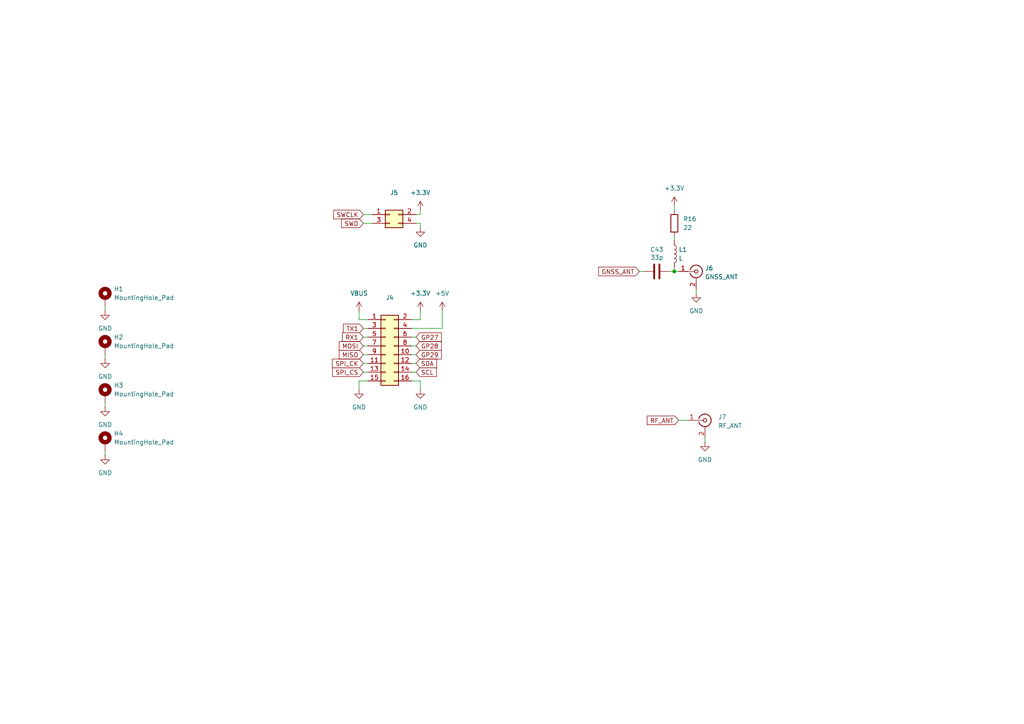
<source format=kicad_sch>
(kicad_sch (version 20231120) (generator "eeschema") (generator_version "8.0")
  (paper "A4")
  (lib_symbols
    (symbol "Connector:Conn_Coaxial" (pin_names (offset 1.016) hide)
      (property "Reference" "J" (at 0.254 3.048 0))
      (property "Value" "Conn_Coaxial" (at 2.921 0 90))
      (symbol "Conn_Coaxial_0_1"
        (arc (start -1.778 -0.508) (mid 0.2311 -1.8066) (end 1.778 0) (stroke (width 0.254)))
        (polyline (pts (xy -2.54 0) (xy -0.508 0)))
        (polyline (pts (xy 0 -2.54) (xy 0 -1.778)))
        (circle (center 0 0) (radius 0.508) (stroke (width 0.2032)))
        (arc (start 1.778 0) (mid 0.2099 1.8101) (end -1.778 0.508) (stroke (width 0.254)))
      )
      (symbol "Conn_Coaxial_1_1"
        (pin passive line (at -5.08 0 0) (length 2.54) (name "In") (number "1"))
        (pin passive line (at 0 -5.08 90) (length 2.54) (name "Ext") (number "2"))
      )
    )
    (symbol "Connector_Generic:Conn_02x02_Odd_Even" (pin_names (offset 1.016) hide)
      (property "Reference" "J" (at 1.27 2.54 0))
      (property "Value" "Conn_02x02_Odd_Even" (at 1.27 -5.08 0))
      (symbol "Conn_02x02_Odd_Even_1_1"
        (rectangle (start -1.27 -2.413) (end 0 -2.667) (stroke (width 0.1524)))
        (rectangle (start -1.27 0.127) (end 0 -0.127) (stroke (width 0.1524)))
        (rectangle (start -1.27 1.27) (end 3.81 -3.81) (stroke (width 0.254)) (fill (type background)))
        (rectangle (start 3.81 -2.413) (end 2.54 -2.667) (stroke (width 0.1524)))
        (rectangle (start 3.81 0.127) (end 2.54 -0.127) (stroke (width 0.1524)))
        (pin passive line (at -5.08 0 0) (length 3.81) (name "Pin_1") (number "1"))
        (pin passive line (at 7.62 0 180) (length 3.81) (name "Pin_2") (number "2"))
        (pin passive line (at -5.08 -2.54 0) (length 3.81) (name "Pin_3") (number "3"))
        (pin passive line (at 7.62 -2.54 180) (length 3.81) (name "Pin_4") (number "4"))
      )
    )
    (symbol "Connector_Generic:Conn_02x08_Odd_Even" (pin_names (offset 1.016) hide)
      (property "Reference" "J" (at 1.27 10.16 0))
      (property "Value" "Conn_02x08_Odd_Even" (at 1.27 -12.7 0))
      (symbol "Conn_02x08_Odd_Even_1_1"
        (rectangle (start -1.27 -10.033) (end 0 -10.287) (stroke (width 0.1524)))
        (rectangle (start -1.27 -7.493) (end 0 -7.747) (stroke (width 0.1524)))
        (rectangle (start -1.27 -4.953) (end 0 -5.207) (stroke (width 0.1524)))
        (rectangle (start -1.27 -2.413) (end 0 -2.667) (stroke (width 0.1524)))
        (rectangle (start -1.27 0.127) (end 0 -0.127) (stroke (width 0.1524)))
        (rectangle (start -1.27 2.667) (end 0 2.413) (stroke (width 0.1524)))
        (rectangle (start -1.27 5.207) (end 0 4.953) (stroke (width 0.1524)))
        (rectangle (start -1.27 7.747) (end 0 7.493) (stroke (width 0.1524)))
        (rectangle (start -1.27 8.89) (end 3.81 -11.43) (stroke (width 0.254)) (fill (type background)))
        (rectangle (start 3.81 -10.033) (end 2.54 -10.287) (stroke (width 0.1524)))
        (rectangle (start 3.81 -7.493) (end 2.54 -7.747) (stroke (width 0.1524)))
        (rectangle (start 3.81 -4.953) (end 2.54 -5.207) (stroke (width 0.1524)))
        (rectangle (start 3.81 -2.413) (end 2.54 -2.667) (stroke (width 0.1524)))
        (rectangle (start 3.81 0.127) (end 2.54 -0.127) (stroke (width 0.1524)))
        (rectangle (start 3.81 2.667) (end 2.54 2.413) (stroke (width 0.1524)))
        (rectangle (start 3.81 5.207) (end 2.54 4.953) (stroke (width 0.1524)))
        (rectangle (start 3.81 7.747) (end 2.54 7.493) (stroke (width 0.1524)))
        (pin passive line (at -5.08 7.62 0) (length 3.81) (name "Pin_1") (number "1"))
        (pin passive line (at 7.62 -2.54 180) (length 3.81) (name "Pin_10") (number "10"))
        (pin passive line (at -5.08 -5.08 0) (length 3.81) (name "Pin_11") (number "11"))
        (pin passive line (at 7.62 -5.08 180) (length 3.81) (name "Pin_12") (number "12"))
        (pin passive line (at -5.08 -7.62 0) (length 3.81) (name "Pin_13") (number "13"))
        (pin passive line (at 7.62 -7.62 180) (length 3.81) (name "Pin_14") (number "14"))
        (pin passive line (at -5.08 -10.16 0) (length 3.81) (name "Pin_15") (number "15"))
        (pin passive line (at 7.62 -10.16 180) (length 3.81) (name "Pin_16") (number "16"))
        (pin passive line (at 7.62 7.62 180) (length 3.81) (name "Pin_2") (number "2"))
        (pin passive line (at -5.08 5.08 0) (length 3.81) (name "Pin_3") (number "3"))
        (pin passive line (at 7.62 5.08 180) (length 3.81) (name "Pin_4") (number "4"))
        (pin passive line (at -5.08 2.54 0) (length 3.81) (name "Pin_5") (number "5"))
        (pin passive line (at 7.62 2.54 180) (length 3.81) (name "Pin_6") (number "6"))
        (pin passive line (at -5.08 0 0) (length 3.81) (name "Pin_7") (number "7"))
        (pin passive line (at 7.62 0 180) (length 3.81) (name "Pin_8") (number "8"))
        (pin passive line (at -5.08 -2.54 0) (length 3.81) (name "Pin_9") (number "9"))
      )
    )
    (symbol "Device:C" (pin_numbers hide) (pin_names (offset 0.254))
      (property "Reference" "C" (at 0.635 2.54 0))
      (property "Value" "C" (at 0.635 -2.54 0))
      (symbol "C_0_1"
        (polyline (pts (xy -2.032 -0.762) (xy 2.032 -0.762)) (stroke (width 0.508)))
        (polyline (pts (xy -2.032 0.762) (xy 2.032 0.762)) (stroke (width 0.508)))
      )
      (symbol "C_1_1"
        (pin passive line (at 0 3.81 270) (length 2.794) (name "~") (number "1"))
        (pin passive line (at 0 -3.81 90) (length 2.794) (name "~") (number "2"))
      )
    )
    (symbol "Device:L" (pin_numbers hide) (pin_names (offset 1.016) hide)
      (property "Reference" "L" (at -1.27 0 90))
      (property "Value" "L" (at 1.905 0 90))
      (symbol "L_0_1"
        (arc (start 0 -2.54) (mid 0.6323 -1.905) (end 0 -1.27))
        (arc (start 0 -1.27) (mid 0.6323 -0.635) (end 0 0))
        (arc (start 0 0) (mid 0.6323 0.635) (end 0 1.27))
        (arc (start 0 1.27) (mid 0.6323 1.905) (end 0 2.54))
      )
      (symbol "L_1_1"
        (pin passive line (at 0 3.81 270) (length 1.27) (name "1") (number "1"))
        (pin passive line (at 0 -3.81 90) (length 1.27) (name "2") (number "2"))
      )
    )
    (symbol "Device:R" (pin_numbers hide) (pin_names (offset 0))
      (property "Reference" "R" (at 2.032 0 90))
      (property "Value" "R" (at 0 0 90))
      (symbol "R_0_1"
        (rectangle (start -1.016 -2.54) (end 1.016 2.54) (stroke (width 0.254)))
      )
      (symbol "R_1_1"
        (pin passive line (at 0 3.81 270) (length 1.27) (name "~") (number "1"))
        (pin passive line (at 0 -3.81 90) (length 1.27) (name "~") (number "2"))
      )
    )
    (symbol "Mechanical:MountingHole_Pad" (pin_numbers hide) (pin_names (offset 1.016) hide) (exclude_from_sim yes) (in_bom no)
      (property "Reference" "H" (at 0 6.35 0))
      (property "Value" "MountingHole_Pad" (at 0 4.445 0))
      (symbol "MountingHole_Pad_0_1"
        (circle (center 0 1.27) (radius 1.27) (stroke (width 1.27)))
      )
      (symbol "MountingHole_Pad_1_1"
        (pin input line (at 0 -2.54 90) (length 2.54) (name "1") (number "1"))
      )
    )
    (symbol "power:+3.3V" (power) (pin_numbers hide) (pin_names (offset 0) hide)
      (property "Value" "+3.3V" (at 0 3.556 0))
      (symbol "+3.3V_0_1"
        (polyline (pts (xy -0.762 1.27) (xy 0 2.54)))
        (polyline (pts (xy 0 0) (xy 0 2.54)))
        (polyline (pts (xy 0 2.54) (xy 0.762 1.27)))
      )
      (symbol "+3.3V_1_1"
        (pin power_in line (at 0 0 90) (length 0) (name "~") (number "1"))
      )
    )
    (symbol "power:+5V" (power) (pin_numbers hide) (pin_names (offset 0) hide)
      (property "Value" "+5V" (at 0 3.556 0))
      (symbol "+5V_0_1"
        (polyline (pts (xy -0.762 1.27) (xy 0 2.54)))
        (polyline (pts (xy 0 0) (xy 0 2.54)))
        (polyline (pts (xy 0 2.54) (xy 0.762 1.27)))
      )
      (symbol "+5V_1_1"
        (pin power_in line (at 0 0 90) (length 0) (name "~") (number "1"))
      )
    )
    (symbol "power:GND" (power) (pin_numbers hide) (pin_names (offset 0) hide)
      (property "Value" "GND" (at 0 -3.81 0))
      (symbol "GND_0_1"
        (polyline (pts (xy 0 0) (xy 0 -1.27) (xy 1.27 -1.27) (xy 0 -2.54) (xy -1.27 -1.27) (xy 0 -1.27)))
      )
      (symbol "GND_1_1"
        (pin power_in line (at 0 0 270) (length 0) (name "~") (number "1"))
      )
    )
    (symbol "power:VBUS" (power) (pin_numbers hide) (pin_names (offset 0) hide)
      (property "Value" "VBUS" (at 0 3.556 0))
      (symbol "VBUS_0_1"
        (polyline (pts (xy -0.762 1.27) (xy 0 2.54)))
        (polyline (pts (xy 0 0) (xy 0 2.54)))
        (polyline (pts (xy 0 2.54) (xy 0.762 1.27)))
      )
      (symbol "VBUS_1_1"
        (pin power_in line (at 0 0 90) (length 0) (name "~") (number "1"))
      )
    )
  )
  (junction (at 195.58 78.74))
  (wire (pts (xy 121.92 66.04) (xy 121.92 64.77)))
  (wire (pts (xy 119.38 100.33) (xy 120.65 100.33)))
  (wire (pts (xy 30.48 116.84) (xy 30.48 118.11)))
  (wire (pts (xy 121.92 64.77) (xy 120.65 64.77)))
  (wire (pts (xy 104.14 92.71) (xy 106.68 92.71)))
  (wire (pts (xy 105.41 62.23) (xy 107.95 62.23)))
  (wire (pts (xy 119.38 102.87) (xy 120.65 102.87)))
  (wire (pts (xy 128.27 90.17) (xy 128.27 95.25)))
  (wire (pts (xy 121.92 60.96) (xy 121.92 62.23)))
  (wire (pts (xy 121.92 110.49) (xy 121.92 113.03)))
  (wire (pts (xy 195.58 68.58) (xy 195.58 69.85)))
  (wire (pts (xy 105.41 97.79) (xy 106.68 97.79)))
  (wire (pts (xy 195.58 78.74) (xy 196.85 78.74)))
  (wire (pts (xy 121.92 110.49) (xy 119.38 110.49)))
  (wire (pts (xy 119.38 92.71) (xy 121.92 92.71)))
  (wire (pts (xy 119.38 97.79) (xy 120.65 97.79)))
  (wire (pts (xy 30.48 102.87) (xy 30.48 104.14)))
  (wire (pts (xy 105.41 100.33) (xy 106.68 100.33)))
  (wire (pts (xy 121.92 90.17) (xy 121.92 92.71)))
  (wire (pts (xy 105.41 105.41) (xy 106.68 105.41)))
  (wire (pts (xy 104.14 110.49) (xy 106.68 110.49)))
  (wire (pts (xy 196.85 121.92) (xy 199.39 121.92)))
  (wire (pts (xy 121.92 62.23) (xy 120.65 62.23)))
  (wire (pts (xy 195.58 77.47) (xy 195.58 78.74)))
  (wire (pts (xy 30.48 88.9) (xy 30.48 90.17)))
  (wire (pts (xy 105.41 95.25) (xy 106.68 95.25)))
  (wire (pts (xy 128.27 95.25) (xy 119.38 95.25)))
  (wire (pts (xy 201.93 83.82) (xy 201.93 85.09)))
  (wire (pts (xy 204.47 127) (xy 204.47 128.27)))
  (wire (pts (xy 194.31 78.74) (xy 195.58 78.74)))
  (wire (pts (xy 119.38 105.41) (xy 120.65 105.41)))
  (wire (pts (xy 119.38 107.95) (xy 120.65 107.95)))
  (wire (pts (xy 104.14 90.17) (xy 104.14 92.71)))
  (wire (pts (xy 195.58 59.69) (xy 195.58 60.96)))
  (wire (pts (xy 104.14 110.49) (xy 104.14 113.03)))
  (wire (pts (xy 105.41 64.77) (xy 107.95 64.77)))
  (wire (pts (xy 105.41 102.87) (xy 106.68 102.87)))
  (wire (pts (xy 185.42 78.74) (xy 186.69 78.74)))
  (wire (pts (xy 105.41 107.95) (xy 106.68 107.95)))
  (wire (pts (xy 30.48 130.81) (xy 30.48 132.08)))
  (global_label "SPI_CK" (shape input) (at 105.41 105.41 180) (property "Intersheetrefs" "${INTERSHEET_REFS}" (effects (hide yes))))
  (global_label "SWCLK" (shape input) (at 105.41 62.23 180) (property "Intersheetrefs" "${INTERSHEET_REFS}" (effects (hide yes))))
  (global_label "RX1" (shape input) (at 105.41 97.79 180) (property "Intersheetrefs" "${INTERSHEET_REFS}" (effects (hide yes))))
  (global_label "SCL" (shape input) (at 120.65 107.95 0) (property "Intersheetrefs" "${INTERSHEET_REFS}" (effects (hide yes))))
  (global_label "MOSI" (shape input) (at 105.41 100.33 180) (property "Intersheetrefs" "${INTERSHEET_REFS}" (effects (hide yes))))
  (global_label "SWD" (shape input) (at 105.41 64.77 180) (property "Intersheetrefs" "${INTERSHEET_REFS}" (effects (hide yes))))
  (global_label "MISO" (shape input) (at 105.41 102.87 180) (property "Intersheetrefs" "${INTERSHEET_REFS}" (effects (hide yes))))
  (global_label "GNSS_ANT" (shape input) (at 185.42 78.74 180) (property "Intersheetrefs" "${INTERSHEET_REFS}" (effects (hide yes))))
  (global_label "SPI_CS" (shape input) (at 105.41 107.95 180) (property "Intersheetrefs" "${INTERSHEET_REFS}" (effects (hide yes))))
  (global_label "RF_ANT" (shape input) (at 196.85 121.92 180) (property "Intersheetrefs" "${INTERSHEET_REFS}" (effects (hide yes))))
  (global_label "TX1" (shape input) (at 105.41 95.25 180) (property "Intersheetrefs" "${INTERSHEET_REFS}" (effects (hide yes))))
  (global_label "GP28" (shape input) (at 120.65 100.33 0) (property "Intersheetrefs" "${INTERSHEET_REFS}" (effects (hide yes))))
  (global_label "GP29" (shape input) (at 120.65 102.87 0) (property "Intersheetrefs" "${INTERSHEET_REFS}" (effects (hide yes))))
  (global_label "SDA" (shape input) (at 120.65 105.41 0) (property "Intersheetrefs" "${INTERSHEET_REFS}" (effects (hide yes))))
  (global_label "GP27" (shape input) (at 120.65 97.79 0) (property "Intersheetrefs" "${INTERSHEET_REFS}" (effects (hide yes))))
  (symbol (lib_id "Mechanical:MountingHole_Pad") (at 30.48 100.33 0) (unit 1) (exclude_from_sim yes) (in_bom no)
    (property "Reference" "H2" (at 33.02 97.7899 0) (effects (justify left)))
    (property "Value" "MountingHole_Pad" (at 33.02 100.3299 0) (effects (justify left)))
    (property "Footprint" "MountingHole:MountingHole_2.2mm_M2_Pad_TopBottom" (effects (hide yes)))
    (property "Description" "Mounting Hole with connection" (effects (hide yes)))
  )
  (symbol (lib_id "power:GND") (at 30.48 90.17 0) (unit 1)
    (property "Reference" "#PWR076" (effects (hide yes)))
    (property "Value" "GND" (at 30.48 95.25 0))
    (property "Description" "Power symbol creates a global label with name \"GND\" , ground" (effects (hide yes)))
  )
  (symbol (lib_id "Device:R") (at 195.58 64.77 0) (unit 1)
    (property "Reference" "R16" (at 198.12 63.4999 0) (effects (justify left)))
    (property "Value" "22" (at 198.12 66.0399 0) (effects (justify left)))
    (property "Footprint" "Resistor_SMD:R_0805_2012Metric_Pad1.20x1.40mm_HandSolder" (effects (hide yes)))
    (property "Description" "Resistor" (effects (hide yes)))
  )
  (symbol (lib_id "Device:L") (at 195.58 73.66 0) (unit 1)
    (property "Reference" "L1" (at 196.85 72.3899 0) (effects (justify left)))
    (property "Value" "L" (at 196.85 74.9299 0) (effects (justify left)))
    (property "Footprint" "Inductor_SMD:L_0402_1005Metric_Pad0.77x0.64mm_HandSolder" (effects (hide yes)))
    (property "Description" "Inductor" (effects (hide yes)))
  )
  (symbol (lib_id "Mechanical:MountingHole_Pad") (at 30.48 128.27 0) (unit 1) (exclude_from_sim yes) (in_bom no)
    (property "Reference" "H4" (at 33.02 125.7299 0) (effects (justify left)))
    (property "Value" "MountingHole_Pad" (at 33.02 128.2699 0) (effects (justify left)))
    (property "Footprint" "MountingHole:MountingHole_2.2mm_M2_Pad_TopBottom" (effects (hide yes)))
    (property "Description" "Mounting Hole with connection" (effects (hide yes)))
  )
  (symbol (lib_id "power:GND") (at 121.92 113.03 0) (unit 1)
    (property "Reference" "#PWR053" (effects (hide yes)))
    (property "Value" "GND" (at 121.92 118.11 0))
    (property "Description" "Power symbol creates a global label with name \"GND\" , ground" (effects (hide yes)))
  )
  (symbol (lib_id "Mechanical:MountingHole_Pad") (at 30.48 86.36 0) (unit 1) (exclude_from_sim yes) (in_bom no)
    (property "Reference" "H1" (at 33.02 83.8199 0) (effects (justify left)))
    (property "Value" "MountingHole_Pad" (at 33.02 86.3599 0) (effects (justify left)))
    (property "Footprint" "MountingHole:MountingHole_2.2mm_M2_Pad_TopBottom" (effects (hide yes)))
    (property "Description" "Mounting Hole with connection" (effects (hide yes)))
  )
  (symbol (lib_id "Connector:Conn_Coaxial") (at 204.47 121.92 0) (unit 1)
    (property "Reference" "J7" (at 208.28 120.9431 0) (effects (justify left)))
    (property "Value" "RF_ANT" (at 208.28 123.4831 0) (effects (justify left)))
    (property "Footprint" "WiSDOM:CONN_CONMHF1-SMD_LNX" (effects (hide yes)))
    (property "Description" "coaxial connector (BNC, SMA, SMB, SMC, Cinch/RCA, LEMO, ...)" (effects (hide yes)))
  )
  (symbol (lib_id "power:GND") (at 104.14 113.03 0) (mirror y) (unit 1)
    (property "Reference" "#PWR054" (effects (hide yes)))
    (property "Value" "GND" (at 104.14 118.11 0))
    (property "Description" "Power symbol creates a global label with name \"GND\" , ground" (effects (hide yes)))
  )
  (symbol (lib_id "power:GND") (at 121.92 66.04 0) (unit 1)
    (property "Reference" "#PWR060" (effects (hide yes)))
    (property "Value" "GND" (at 121.92 71.12 0))
    (property "Description" "Power symbol creates a global label with name \"GND\" , ground" (effects (hide yes)))
  )
  (symbol (lib_id "power:GND") (at 204.47 128.27 0) (mirror y) (unit 1)
    (property "Reference" "#PWR082" (effects (hide yes)))
    (property "Value" "GND" (at 204.47 133.35 0))
    (property "Description" "Power symbol creates a global label with name \"GND\" , ground" (effects (hide yes)))
  )
  (symbol (lib_id "Connector:Conn_Coaxial") (at 201.93 78.74 0) (unit 1)
    (property "Reference" "J6" (at 204.47 77.7631 0) (effects (justify left)))
    (property "Value" "GNSS_ANT" (at 204.47 80.3031 0) (effects (justify left)))
    (property "Footprint" "WiSDOM:CONN_CONMHF1-SMD_LNX" (effects (hide yes)))
    (property "Description" "coaxial connector (BNC, SMA, SMB, SMC, Cinch/RCA, LEMO, ...)" (effects (hide yes)))
  )
  (symbol (lib_id "Connector_Generic:Conn_02x02_Odd_Even") (at 113.03 62.23 0) (unit 1)
    (property "Reference" "J5" (at 114.3 55.88 0))
    (property "Value" "Conn_02x02_Odd_Even" (effects (hide yes)))
    (property "Footprint" "Connector_PinHeader_2.54mm:PinHeader_2x02_P2.54mm_Vertical" (effects (hide yes)))
    (property "Description" "Generic connector, double row, 02x02, odd/even pin numbering scheme (row 1 odd numbers, row 2 even numbers), script generated (kicad-library-utils/schlib/autogen/connector/)" (effects (hide yes)))
  )
  (symbol (lib_id "Connector_Generic:Conn_02x08_Odd_Even") (at 111.76 100.33 0) (unit 1)
    (property "Reference" "J4" (at 113.03 86.36 0))
    (property "Value" "Conn_02x08_Odd_Even" (effects (hide yes)))
    (property "Footprint" "Connector_PinHeader_2.54mm:PinHeader_2x08_P2.54mm_Vertical" (effects (hide yes)))
    (property "Description" "Generic connector, double row, 02x08, odd/even pin numbering scheme (row 1 odd numbers, row 2 even numbers), script generated (kicad-library-utils/schlib/autogen/connector/)" (effects (hide yes)))
  )
  (symbol (lib_id "power:GND") (at 30.48 104.14 0) (unit 1)
    (property "Reference" "#PWR077" (effects (hide yes)))
    (property "Value" "GND" (at 30.48 109.22 0))
    (property "Description" "Power symbol creates a global label with name \"GND\" , ground" (effects (hide yes)))
  )
  (symbol (lib_id "power:+5V") (at 128.27 90.17 0) (unit 1)
    (property "Reference" "#PWR059" (effects (hide yes)))
    (property "Value" "+5V" (at 128.27 85.09 0))
    (property "Description" "Power symbol creates a global label with name \"+5V\"" (effects (hide yes)))
  )
  (symbol (lib_id "power:VBUS") (at 104.14 90.17 0) (unit 1)
    (property "Reference" "#PWR055" (effects (hide yes)))
    (property "Value" "VBUS" (at 104.14 85.09 0))
    (property "Description" "Power symbol creates a global label with name \"VBUS\"" (effects (hide yes)))
  )
  (symbol (lib_id "Mechanical:MountingHole_Pad") (at 30.48 114.3 0) (unit 1) (exclude_from_sim yes) (in_bom no)
    (property "Reference" "H3" (at 33.02 111.7599 0) (effects (justify left)))
    (property "Value" "MountingHole_Pad" (at 33.02 114.2999 0) (effects (justify left)))
    (property "Footprint" "MountingHole:MountingHole_2.2mm_M2_Pad_TopBottom" (effects (hide yes)))
    (property "Description" "Mounting Hole with connection" (effects (hide yes)))
  )
  (symbol (lib_id "power:GND") (at 201.93 85.09 0) (mirror y) (unit 1)
    (property "Reference" "#PWR081" (effects (hide yes)))
    (property "Value" "GND" (at 201.93 90.17 0))
    (property "Description" "Power symbol creates a global label with name \"GND\" , ground" (effects (hide yes)))
  )
  (symbol (lib_id "power:GND") (at 30.48 118.11 0) (unit 1)
    (property "Reference" "#PWR078" (effects (hide yes)))
    (property "Value" "GND" (at 30.48 123.19 0))
    (property "Description" "Power symbol creates a global label with name \"GND\" , ground" (effects (hide yes)))
  )
  (symbol (lib_id "power:+3.3V") (at 121.92 90.17 0) (unit 1)
    (property "Reference" "#PWR056" (effects (hide yes)))
    (property "Value" "+3.3V" (at 121.92 85.09 0))
    (property "Description" "Power symbol creates a global label with name \"+3.3V\"" (effects (hide yes)))
  )
  (symbol (lib_id "power:GND") (at 30.48 132.08 0) (unit 1)
    (property "Reference" "#PWR079" (effects (hide yes)))
    (property "Value" "GND" (at 30.48 137.16 0))
    (property "Description" "Power symbol creates a global label with name \"GND\" , ground" (effects (hide yes)))
  )
  (symbol (lib_id "power:+3.3V") (at 195.58 59.69 0) (unit 1)
    (property "Reference" "#PWR080" (effects (hide yes)))
    (property "Value" "+3.3V" (at 195.58 54.61 0))
    (property "Description" "Power symbol creates a global label with name \"+3.3V\"" (effects (hide yes)))
  )
  (symbol (lib_id "Device:C") (at 190.5 78.74 90) (unit 1)
    (property "Reference" "C43" (at 190.5 72.39 90))
    (property "Value" "33p" (at 190.5 74.676 90))
    (property "Footprint" "Capacitor_SMD:C_0402_1005Metric_Pad0.74x0.62mm_HandSolder" (effects (hide yes)))
    (property "Description" "Unpolarized capacitor" (effects (hide yes)))
  )
  (symbol (lib_id "power:+3.3V") (at 121.92 60.96 0) (unit 1)
    (property "Reference" "#PWR061" (effects (hide yes)))
    (property "Value" "+3.3V" (at 121.92 55.88 0))
    (property "Description" "Power symbol creates a global label with name \"+3.3V\"" (effects (hide yes)))
  )
)
</source>
